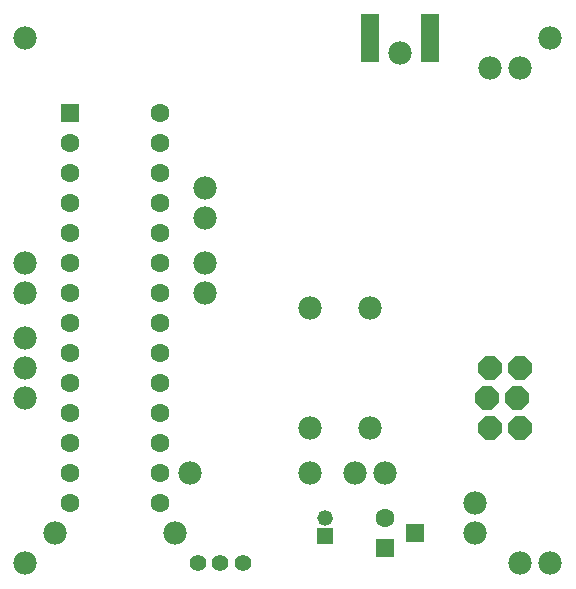
<source format=gbs>
G75*
G70*
%OFA0B0*%
%FSLAX24Y24*%
%IPPOS*%
%LPD*%
%AMOC8*
5,1,8,0,0,1.08239X$1,22.5*
%
%ADD10C,0.0555*%
%ADD11OC8,0.0780*%
%ADD12R,0.0640X0.1640*%
%ADD13C,0.0780*%
%ADD14R,0.0630X0.0630*%
%ADD15C,0.0630*%
%ADD16R,0.0520X0.0520*%
%ADD17C,0.0520*%
D10*
X007430Y002180D03*
X008180Y002180D03*
X008930Y002180D03*
D11*
X017080Y007680D03*
X017180Y006680D03*
X018080Y007680D03*
X018180Y006680D03*
X018180Y008680D03*
X017180Y008680D03*
D12*
X015180Y019680D03*
X013180Y019680D03*
D13*
X001680Y002180D03*
X002680Y003180D03*
X006680Y003180D03*
X007180Y005180D03*
X011180Y005180D03*
X011180Y006680D03*
X012680Y005180D03*
X013680Y005180D03*
X013180Y006680D03*
X016680Y004180D03*
X016680Y003180D03*
X018180Y002180D03*
X019180Y002180D03*
X013180Y010680D03*
X011180Y010680D03*
X007680Y011180D03*
X007680Y012180D03*
X007680Y013680D03*
X007680Y014680D03*
X001680Y012180D03*
X001680Y011180D03*
X001680Y009680D03*
X001680Y008680D03*
X001680Y007680D03*
X001680Y019680D03*
X014180Y019180D03*
X017180Y018680D03*
X018180Y018680D03*
X019180Y019680D03*
D14*
X003180Y017180D03*
X014680Y003180D03*
X013680Y002680D03*
D15*
X013680Y003680D03*
X006180Y004180D03*
X006180Y005180D03*
X006180Y006180D03*
X006180Y007180D03*
X006180Y008180D03*
X006180Y009180D03*
X006180Y010180D03*
X006180Y011180D03*
X006180Y012180D03*
X006180Y013180D03*
X006180Y014180D03*
X006180Y015180D03*
X006180Y016180D03*
X006180Y017180D03*
X003180Y016180D03*
X003180Y015180D03*
X003180Y014180D03*
X003180Y013180D03*
X003180Y012180D03*
X003180Y011180D03*
X003180Y010180D03*
X003180Y009180D03*
X003180Y008180D03*
X003180Y007180D03*
X003180Y006180D03*
X003180Y005180D03*
X003180Y004180D03*
D16*
X011680Y003090D03*
D17*
X011680Y003680D03*
M02*

</source>
